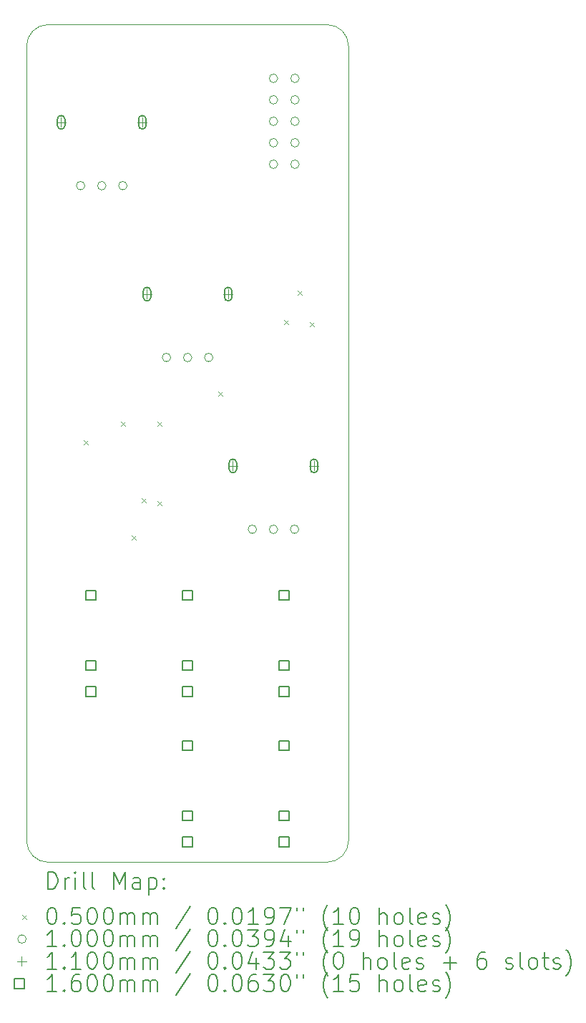
<source format=gbr>
%FSLAX45Y45*%
G04 Gerber Fmt 4.5, Leading zero omitted, Abs format (unit mm)*
G04 Created by KiCad (PCBNEW 6.0.0-d3dd2cf0fa~116~ubuntu20.04.1) date 2022-01-02 10:52:36*
%MOMM*%
%LPD*%
G01*
G04 APERTURE LIST*
%TA.AperFunction,Profile*%
%ADD10C,0.100000*%
%TD*%
%ADD11C,0.200000*%
%ADD12C,0.050000*%
%ADD13C,0.100000*%
%ADD14C,0.110000*%
%ADD15C,0.160000*%
G04 APERTURE END LIST*
D10*
X15240000Y-13462000D02*
X15240000Y-4064000D01*
X14986000Y-13716000D02*
G75*
G03*
X15240000Y-13462000I0J254000D01*
G01*
X11430000Y-4064000D02*
X11430000Y-13462000D01*
X11684000Y-13716000D02*
X14986000Y-13716000D01*
X15240000Y-4064000D02*
G75*
G03*
X14986000Y-3810000I-254000J0D01*
G01*
X11430000Y-13462000D02*
G75*
G03*
X11684000Y-13716000I254000J0D01*
G01*
X14986000Y-3810000D02*
X11684000Y-3810000D01*
X11684000Y-3810000D02*
G75*
G03*
X11430000Y-4064000I0J-254000D01*
G01*
D11*
D12*
X12110000Y-8725000D02*
X12160000Y-8775000D01*
X12160000Y-8725000D02*
X12110000Y-8775000D01*
X12548000Y-8509400D02*
X12598000Y-8559400D01*
X12598000Y-8509400D02*
X12548000Y-8559400D01*
X12672500Y-9855000D02*
X12722500Y-9905000D01*
X12722500Y-9855000D02*
X12672500Y-9905000D01*
X12789300Y-9411100D02*
X12839300Y-9461100D01*
X12839300Y-9411100D02*
X12789300Y-9461100D01*
X12979800Y-8509400D02*
X13029800Y-8559400D01*
X13029800Y-8509400D02*
X12979800Y-8559400D01*
X12979800Y-9449200D02*
X13029800Y-9499200D01*
X13029800Y-9449200D02*
X12979800Y-9499200D01*
X13700000Y-8150000D02*
X13750000Y-8200000D01*
X13750000Y-8150000D02*
X13700000Y-8200000D01*
X14478400Y-7302900D02*
X14528400Y-7352900D01*
X14528400Y-7302900D02*
X14478400Y-7352900D01*
X14636400Y-6953900D02*
X14686400Y-7003900D01*
X14686400Y-6953900D02*
X14636400Y-7003900D01*
X14783200Y-7328300D02*
X14833200Y-7378300D01*
X14833200Y-7328300D02*
X14783200Y-7378300D01*
D13*
X12119000Y-5715000D02*
G75*
G03*
X12119000Y-5715000I-50000J0D01*
G01*
X12369000Y-5715000D02*
G75*
G03*
X12369000Y-5715000I-50000J0D01*
G01*
X12619000Y-5715000D02*
G75*
G03*
X12619000Y-5715000I-50000J0D01*
G01*
X13135000Y-7747000D02*
G75*
G03*
X13135000Y-7747000I-50000J0D01*
G01*
X13385000Y-7747000D02*
G75*
G03*
X13385000Y-7747000I-50000J0D01*
G01*
X13635000Y-7747000D02*
G75*
G03*
X13635000Y-7747000I-50000J0D01*
G01*
X14151000Y-9779000D02*
G75*
G03*
X14151000Y-9779000I-50000J0D01*
G01*
X14401000Y-4445000D02*
G75*
G03*
X14401000Y-4445000I-50000J0D01*
G01*
X14401000Y-4699000D02*
G75*
G03*
X14401000Y-4699000I-50000J0D01*
G01*
X14401000Y-4953000D02*
G75*
G03*
X14401000Y-4953000I-50000J0D01*
G01*
X14401000Y-5207000D02*
G75*
G03*
X14401000Y-5207000I-50000J0D01*
G01*
X14401000Y-5461000D02*
G75*
G03*
X14401000Y-5461000I-50000J0D01*
G01*
X14401000Y-9779000D02*
G75*
G03*
X14401000Y-9779000I-50000J0D01*
G01*
X14651000Y-9779000D02*
G75*
G03*
X14651000Y-9779000I-50000J0D01*
G01*
X14655000Y-4445000D02*
G75*
G03*
X14655000Y-4445000I-50000J0D01*
G01*
X14655000Y-4699000D02*
G75*
G03*
X14655000Y-4699000I-50000J0D01*
G01*
X14655000Y-4953000D02*
G75*
G03*
X14655000Y-4953000I-50000J0D01*
G01*
X14655000Y-5207000D02*
G75*
G03*
X14655000Y-5207000I-50000J0D01*
G01*
X14655000Y-5461000D02*
G75*
G03*
X14655000Y-5461000I-50000J0D01*
G01*
D14*
X11839000Y-4910000D02*
X11839000Y-5020000D01*
X11784000Y-4965000D02*
X11894000Y-4965000D01*
D11*
X11884000Y-5000000D02*
X11884000Y-4930000D01*
X11794000Y-5000000D02*
X11794000Y-4930000D01*
X11884000Y-4930000D02*
G75*
G03*
X11794000Y-4930000I-45000J0D01*
G01*
X11794000Y-5000000D02*
G75*
G03*
X11884000Y-5000000I45000J0D01*
G01*
D14*
X12799000Y-4910000D02*
X12799000Y-5020000D01*
X12744000Y-4965000D02*
X12854000Y-4965000D01*
D11*
X12844000Y-5000000D02*
X12844000Y-4930000D01*
X12754000Y-5000000D02*
X12754000Y-4930000D01*
X12844000Y-4930000D02*
G75*
G03*
X12754000Y-4930000I-45000J0D01*
G01*
X12754000Y-5000000D02*
G75*
G03*
X12844000Y-5000000I45000J0D01*
G01*
D14*
X12855000Y-6942000D02*
X12855000Y-7052000D01*
X12800000Y-6997000D02*
X12910000Y-6997000D01*
D11*
X12900000Y-7032000D02*
X12900000Y-6962000D01*
X12810000Y-7032000D02*
X12810000Y-6962000D01*
X12900000Y-6962000D02*
G75*
G03*
X12810000Y-6962000I-45000J0D01*
G01*
X12810000Y-7032000D02*
G75*
G03*
X12900000Y-7032000I45000J0D01*
G01*
D14*
X13815000Y-6942000D02*
X13815000Y-7052000D01*
X13760000Y-6997000D02*
X13870000Y-6997000D01*
D11*
X13860000Y-7032000D02*
X13860000Y-6962000D01*
X13770000Y-7032000D02*
X13770000Y-6962000D01*
X13860000Y-6962000D02*
G75*
G03*
X13770000Y-6962000I-45000J0D01*
G01*
X13770000Y-7032000D02*
G75*
G03*
X13860000Y-7032000I45000J0D01*
G01*
D14*
X13871000Y-8974000D02*
X13871000Y-9084000D01*
X13816000Y-9029000D02*
X13926000Y-9029000D01*
D11*
X13916000Y-9064000D02*
X13916000Y-8994000D01*
X13826000Y-9064000D02*
X13826000Y-8994000D01*
X13916000Y-8994000D02*
G75*
G03*
X13826000Y-8994000I-45000J0D01*
G01*
X13826000Y-9064000D02*
G75*
G03*
X13916000Y-9064000I45000J0D01*
G01*
D14*
X14831000Y-8974000D02*
X14831000Y-9084000D01*
X14776000Y-9029000D02*
X14886000Y-9029000D01*
D11*
X14876000Y-9064000D02*
X14876000Y-8994000D01*
X14786000Y-9064000D02*
X14786000Y-8994000D01*
X14876000Y-8994000D02*
G75*
G03*
X14786000Y-8994000I-45000J0D01*
G01*
X14786000Y-9064000D02*
G75*
G03*
X14876000Y-9064000I45000J0D01*
G01*
D15*
X12248569Y-10613569D02*
X12248569Y-10500431D01*
X12135431Y-10500431D01*
X12135431Y-10613569D01*
X12248569Y-10613569D01*
X12248569Y-11443569D02*
X12248569Y-11330431D01*
X12135431Y-11330431D01*
X12135431Y-11443569D01*
X12248569Y-11443569D01*
X12248569Y-11753569D02*
X12248569Y-11640431D01*
X12135431Y-11640431D01*
X12135431Y-11753569D01*
X12248569Y-11753569D01*
X13391569Y-10613569D02*
X13391569Y-10500431D01*
X13278431Y-10500431D01*
X13278431Y-10613569D01*
X13391569Y-10613569D01*
X13391569Y-11443569D02*
X13391569Y-11330431D01*
X13278431Y-11330431D01*
X13278431Y-11443569D01*
X13391569Y-11443569D01*
X13391569Y-11753569D02*
X13391569Y-11640431D01*
X13278431Y-11640431D01*
X13278431Y-11753569D01*
X13391569Y-11753569D01*
X13391569Y-12391569D02*
X13391569Y-12278431D01*
X13278431Y-12278431D01*
X13278431Y-12391569D01*
X13391569Y-12391569D01*
X13391569Y-13221569D02*
X13391569Y-13108431D01*
X13278431Y-13108431D01*
X13278431Y-13221569D01*
X13391569Y-13221569D01*
X13391569Y-13531569D02*
X13391569Y-13418431D01*
X13278431Y-13418431D01*
X13278431Y-13531569D01*
X13391569Y-13531569D01*
X14534569Y-10613569D02*
X14534569Y-10500431D01*
X14421431Y-10500431D01*
X14421431Y-10613569D01*
X14534569Y-10613569D01*
X14534569Y-11443569D02*
X14534569Y-11330431D01*
X14421431Y-11330431D01*
X14421431Y-11443569D01*
X14534569Y-11443569D01*
X14534569Y-11753569D02*
X14534569Y-11640431D01*
X14421431Y-11640431D01*
X14421431Y-11753569D01*
X14534569Y-11753569D01*
X14534569Y-12391569D02*
X14534569Y-12278431D01*
X14421431Y-12278431D01*
X14421431Y-12391569D01*
X14534569Y-12391569D01*
X14534569Y-13221569D02*
X14534569Y-13108431D01*
X14421431Y-13108431D01*
X14421431Y-13221569D01*
X14534569Y-13221569D01*
X14534569Y-13531569D02*
X14534569Y-13418431D01*
X14421431Y-13418431D01*
X14421431Y-13531569D01*
X14534569Y-13531569D01*
D11*
X11682619Y-14031476D02*
X11682619Y-13831476D01*
X11730238Y-13831476D01*
X11758809Y-13841000D01*
X11777857Y-13860048D01*
X11787381Y-13879095D01*
X11796905Y-13917190D01*
X11796905Y-13945762D01*
X11787381Y-13983857D01*
X11777857Y-14002905D01*
X11758809Y-14021952D01*
X11730238Y-14031476D01*
X11682619Y-14031476D01*
X11882619Y-14031476D02*
X11882619Y-13898143D01*
X11882619Y-13936238D02*
X11892143Y-13917190D01*
X11901667Y-13907667D01*
X11920714Y-13898143D01*
X11939762Y-13898143D01*
X12006428Y-14031476D02*
X12006428Y-13898143D01*
X12006428Y-13831476D02*
X11996905Y-13841000D01*
X12006428Y-13850524D01*
X12015952Y-13841000D01*
X12006428Y-13831476D01*
X12006428Y-13850524D01*
X12130238Y-14031476D02*
X12111190Y-14021952D01*
X12101667Y-14002905D01*
X12101667Y-13831476D01*
X12235000Y-14031476D02*
X12215952Y-14021952D01*
X12206428Y-14002905D01*
X12206428Y-13831476D01*
X12463571Y-14031476D02*
X12463571Y-13831476D01*
X12530238Y-13974333D01*
X12596905Y-13831476D01*
X12596905Y-14031476D01*
X12777857Y-14031476D02*
X12777857Y-13926714D01*
X12768333Y-13907667D01*
X12749286Y-13898143D01*
X12711190Y-13898143D01*
X12692143Y-13907667D01*
X12777857Y-14021952D02*
X12758809Y-14031476D01*
X12711190Y-14031476D01*
X12692143Y-14021952D01*
X12682619Y-14002905D01*
X12682619Y-13983857D01*
X12692143Y-13964809D01*
X12711190Y-13955286D01*
X12758809Y-13955286D01*
X12777857Y-13945762D01*
X12873095Y-13898143D02*
X12873095Y-14098143D01*
X12873095Y-13907667D02*
X12892143Y-13898143D01*
X12930238Y-13898143D01*
X12949286Y-13907667D01*
X12958809Y-13917190D01*
X12968333Y-13936238D01*
X12968333Y-13993381D01*
X12958809Y-14012428D01*
X12949286Y-14021952D01*
X12930238Y-14031476D01*
X12892143Y-14031476D01*
X12873095Y-14021952D01*
X13054048Y-14012428D02*
X13063571Y-14021952D01*
X13054048Y-14031476D01*
X13044524Y-14021952D01*
X13054048Y-14012428D01*
X13054048Y-14031476D01*
X13054048Y-13907667D02*
X13063571Y-13917190D01*
X13054048Y-13926714D01*
X13044524Y-13917190D01*
X13054048Y-13907667D01*
X13054048Y-13926714D01*
D12*
X11375000Y-14336000D02*
X11425000Y-14386000D01*
X11425000Y-14336000D02*
X11375000Y-14386000D01*
D11*
X11720714Y-14251476D02*
X11739762Y-14251476D01*
X11758809Y-14261000D01*
X11768333Y-14270524D01*
X11777857Y-14289571D01*
X11787381Y-14327667D01*
X11787381Y-14375286D01*
X11777857Y-14413381D01*
X11768333Y-14432428D01*
X11758809Y-14441952D01*
X11739762Y-14451476D01*
X11720714Y-14451476D01*
X11701667Y-14441952D01*
X11692143Y-14432428D01*
X11682619Y-14413381D01*
X11673095Y-14375286D01*
X11673095Y-14327667D01*
X11682619Y-14289571D01*
X11692143Y-14270524D01*
X11701667Y-14261000D01*
X11720714Y-14251476D01*
X11873095Y-14432428D02*
X11882619Y-14441952D01*
X11873095Y-14451476D01*
X11863571Y-14441952D01*
X11873095Y-14432428D01*
X11873095Y-14451476D01*
X12063571Y-14251476D02*
X11968333Y-14251476D01*
X11958809Y-14346714D01*
X11968333Y-14337190D01*
X11987381Y-14327667D01*
X12035000Y-14327667D01*
X12054048Y-14337190D01*
X12063571Y-14346714D01*
X12073095Y-14365762D01*
X12073095Y-14413381D01*
X12063571Y-14432428D01*
X12054048Y-14441952D01*
X12035000Y-14451476D01*
X11987381Y-14451476D01*
X11968333Y-14441952D01*
X11958809Y-14432428D01*
X12196905Y-14251476D02*
X12215952Y-14251476D01*
X12235000Y-14261000D01*
X12244524Y-14270524D01*
X12254048Y-14289571D01*
X12263571Y-14327667D01*
X12263571Y-14375286D01*
X12254048Y-14413381D01*
X12244524Y-14432428D01*
X12235000Y-14441952D01*
X12215952Y-14451476D01*
X12196905Y-14451476D01*
X12177857Y-14441952D01*
X12168333Y-14432428D01*
X12158809Y-14413381D01*
X12149286Y-14375286D01*
X12149286Y-14327667D01*
X12158809Y-14289571D01*
X12168333Y-14270524D01*
X12177857Y-14261000D01*
X12196905Y-14251476D01*
X12387381Y-14251476D02*
X12406428Y-14251476D01*
X12425476Y-14261000D01*
X12435000Y-14270524D01*
X12444524Y-14289571D01*
X12454048Y-14327667D01*
X12454048Y-14375286D01*
X12444524Y-14413381D01*
X12435000Y-14432428D01*
X12425476Y-14441952D01*
X12406428Y-14451476D01*
X12387381Y-14451476D01*
X12368333Y-14441952D01*
X12358809Y-14432428D01*
X12349286Y-14413381D01*
X12339762Y-14375286D01*
X12339762Y-14327667D01*
X12349286Y-14289571D01*
X12358809Y-14270524D01*
X12368333Y-14261000D01*
X12387381Y-14251476D01*
X12539762Y-14451476D02*
X12539762Y-14318143D01*
X12539762Y-14337190D02*
X12549286Y-14327667D01*
X12568333Y-14318143D01*
X12596905Y-14318143D01*
X12615952Y-14327667D01*
X12625476Y-14346714D01*
X12625476Y-14451476D01*
X12625476Y-14346714D02*
X12635000Y-14327667D01*
X12654048Y-14318143D01*
X12682619Y-14318143D01*
X12701667Y-14327667D01*
X12711190Y-14346714D01*
X12711190Y-14451476D01*
X12806428Y-14451476D02*
X12806428Y-14318143D01*
X12806428Y-14337190D02*
X12815952Y-14327667D01*
X12835000Y-14318143D01*
X12863571Y-14318143D01*
X12882619Y-14327667D01*
X12892143Y-14346714D01*
X12892143Y-14451476D01*
X12892143Y-14346714D02*
X12901667Y-14327667D01*
X12920714Y-14318143D01*
X12949286Y-14318143D01*
X12968333Y-14327667D01*
X12977857Y-14346714D01*
X12977857Y-14451476D01*
X13368333Y-14241952D02*
X13196905Y-14499095D01*
X13625476Y-14251476D02*
X13644524Y-14251476D01*
X13663571Y-14261000D01*
X13673095Y-14270524D01*
X13682619Y-14289571D01*
X13692143Y-14327667D01*
X13692143Y-14375286D01*
X13682619Y-14413381D01*
X13673095Y-14432428D01*
X13663571Y-14441952D01*
X13644524Y-14451476D01*
X13625476Y-14451476D01*
X13606428Y-14441952D01*
X13596905Y-14432428D01*
X13587381Y-14413381D01*
X13577857Y-14375286D01*
X13577857Y-14327667D01*
X13587381Y-14289571D01*
X13596905Y-14270524D01*
X13606428Y-14261000D01*
X13625476Y-14251476D01*
X13777857Y-14432428D02*
X13787381Y-14441952D01*
X13777857Y-14451476D01*
X13768333Y-14441952D01*
X13777857Y-14432428D01*
X13777857Y-14451476D01*
X13911190Y-14251476D02*
X13930238Y-14251476D01*
X13949286Y-14261000D01*
X13958809Y-14270524D01*
X13968333Y-14289571D01*
X13977857Y-14327667D01*
X13977857Y-14375286D01*
X13968333Y-14413381D01*
X13958809Y-14432428D01*
X13949286Y-14441952D01*
X13930238Y-14451476D01*
X13911190Y-14451476D01*
X13892143Y-14441952D01*
X13882619Y-14432428D01*
X13873095Y-14413381D01*
X13863571Y-14375286D01*
X13863571Y-14327667D01*
X13873095Y-14289571D01*
X13882619Y-14270524D01*
X13892143Y-14261000D01*
X13911190Y-14251476D01*
X14168333Y-14451476D02*
X14054048Y-14451476D01*
X14111190Y-14451476D02*
X14111190Y-14251476D01*
X14092143Y-14280048D01*
X14073095Y-14299095D01*
X14054048Y-14308619D01*
X14263571Y-14451476D02*
X14301667Y-14451476D01*
X14320714Y-14441952D01*
X14330238Y-14432428D01*
X14349286Y-14403857D01*
X14358809Y-14365762D01*
X14358809Y-14289571D01*
X14349286Y-14270524D01*
X14339762Y-14261000D01*
X14320714Y-14251476D01*
X14282619Y-14251476D01*
X14263571Y-14261000D01*
X14254048Y-14270524D01*
X14244524Y-14289571D01*
X14244524Y-14337190D01*
X14254048Y-14356238D01*
X14263571Y-14365762D01*
X14282619Y-14375286D01*
X14320714Y-14375286D01*
X14339762Y-14365762D01*
X14349286Y-14356238D01*
X14358809Y-14337190D01*
X14425476Y-14251476D02*
X14558809Y-14251476D01*
X14473095Y-14451476D01*
X14625476Y-14251476D02*
X14625476Y-14289571D01*
X14701667Y-14251476D02*
X14701667Y-14289571D01*
X14996905Y-14527667D02*
X14987381Y-14518143D01*
X14968333Y-14489571D01*
X14958809Y-14470524D01*
X14949286Y-14441952D01*
X14939762Y-14394333D01*
X14939762Y-14356238D01*
X14949286Y-14308619D01*
X14958809Y-14280048D01*
X14968333Y-14261000D01*
X14987381Y-14232428D01*
X14996905Y-14222905D01*
X15177857Y-14451476D02*
X15063571Y-14451476D01*
X15120714Y-14451476D02*
X15120714Y-14251476D01*
X15101667Y-14280048D01*
X15082619Y-14299095D01*
X15063571Y-14308619D01*
X15301667Y-14251476D02*
X15320714Y-14251476D01*
X15339762Y-14261000D01*
X15349286Y-14270524D01*
X15358809Y-14289571D01*
X15368333Y-14327667D01*
X15368333Y-14375286D01*
X15358809Y-14413381D01*
X15349286Y-14432428D01*
X15339762Y-14441952D01*
X15320714Y-14451476D01*
X15301667Y-14451476D01*
X15282619Y-14441952D01*
X15273095Y-14432428D01*
X15263571Y-14413381D01*
X15254048Y-14375286D01*
X15254048Y-14327667D01*
X15263571Y-14289571D01*
X15273095Y-14270524D01*
X15282619Y-14261000D01*
X15301667Y-14251476D01*
X15606428Y-14451476D02*
X15606428Y-14251476D01*
X15692143Y-14451476D02*
X15692143Y-14346714D01*
X15682619Y-14327667D01*
X15663571Y-14318143D01*
X15635000Y-14318143D01*
X15615952Y-14327667D01*
X15606428Y-14337190D01*
X15815952Y-14451476D02*
X15796905Y-14441952D01*
X15787381Y-14432428D01*
X15777857Y-14413381D01*
X15777857Y-14356238D01*
X15787381Y-14337190D01*
X15796905Y-14327667D01*
X15815952Y-14318143D01*
X15844524Y-14318143D01*
X15863571Y-14327667D01*
X15873095Y-14337190D01*
X15882619Y-14356238D01*
X15882619Y-14413381D01*
X15873095Y-14432428D01*
X15863571Y-14441952D01*
X15844524Y-14451476D01*
X15815952Y-14451476D01*
X15996905Y-14451476D02*
X15977857Y-14441952D01*
X15968333Y-14422905D01*
X15968333Y-14251476D01*
X16149286Y-14441952D02*
X16130238Y-14451476D01*
X16092143Y-14451476D01*
X16073095Y-14441952D01*
X16063571Y-14422905D01*
X16063571Y-14346714D01*
X16073095Y-14327667D01*
X16092143Y-14318143D01*
X16130238Y-14318143D01*
X16149286Y-14327667D01*
X16158809Y-14346714D01*
X16158809Y-14365762D01*
X16063571Y-14384809D01*
X16235000Y-14441952D02*
X16254048Y-14451476D01*
X16292143Y-14451476D01*
X16311190Y-14441952D01*
X16320714Y-14422905D01*
X16320714Y-14413381D01*
X16311190Y-14394333D01*
X16292143Y-14384809D01*
X16263571Y-14384809D01*
X16244524Y-14375286D01*
X16235000Y-14356238D01*
X16235000Y-14346714D01*
X16244524Y-14327667D01*
X16263571Y-14318143D01*
X16292143Y-14318143D01*
X16311190Y-14327667D01*
X16387381Y-14527667D02*
X16396905Y-14518143D01*
X16415952Y-14489571D01*
X16425476Y-14470524D01*
X16435000Y-14441952D01*
X16444524Y-14394333D01*
X16444524Y-14356238D01*
X16435000Y-14308619D01*
X16425476Y-14280048D01*
X16415952Y-14261000D01*
X16396905Y-14232428D01*
X16387381Y-14222905D01*
D13*
X11425000Y-14625000D02*
G75*
G03*
X11425000Y-14625000I-50000J0D01*
G01*
D11*
X11787381Y-14715476D02*
X11673095Y-14715476D01*
X11730238Y-14715476D02*
X11730238Y-14515476D01*
X11711190Y-14544048D01*
X11692143Y-14563095D01*
X11673095Y-14572619D01*
X11873095Y-14696428D02*
X11882619Y-14705952D01*
X11873095Y-14715476D01*
X11863571Y-14705952D01*
X11873095Y-14696428D01*
X11873095Y-14715476D01*
X12006428Y-14515476D02*
X12025476Y-14515476D01*
X12044524Y-14525000D01*
X12054048Y-14534524D01*
X12063571Y-14553571D01*
X12073095Y-14591667D01*
X12073095Y-14639286D01*
X12063571Y-14677381D01*
X12054048Y-14696428D01*
X12044524Y-14705952D01*
X12025476Y-14715476D01*
X12006428Y-14715476D01*
X11987381Y-14705952D01*
X11977857Y-14696428D01*
X11968333Y-14677381D01*
X11958809Y-14639286D01*
X11958809Y-14591667D01*
X11968333Y-14553571D01*
X11977857Y-14534524D01*
X11987381Y-14525000D01*
X12006428Y-14515476D01*
X12196905Y-14515476D02*
X12215952Y-14515476D01*
X12235000Y-14525000D01*
X12244524Y-14534524D01*
X12254048Y-14553571D01*
X12263571Y-14591667D01*
X12263571Y-14639286D01*
X12254048Y-14677381D01*
X12244524Y-14696428D01*
X12235000Y-14705952D01*
X12215952Y-14715476D01*
X12196905Y-14715476D01*
X12177857Y-14705952D01*
X12168333Y-14696428D01*
X12158809Y-14677381D01*
X12149286Y-14639286D01*
X12149286Y-14591667D01*
X12158809Y-14553571D01*
X12168333Y-14534524D01*
X12177857Y-14525000D01*
X12196905Y-14515476D01*
X12387381Y-14515476D02*
X12406428Y-14515476D01*
X12425476Y-14525000D01*
X12435000Y-14534524D01*
X12444524Y-14553571D01*
X12454048Y-14591667D01*
X12454048Y-14639286D01*
X12444524Y-14677381D01*
X12435000Y-14696428D01*
X12425476Y-14705952D01*
X12406428Y-14715476D01*
X12387381Y-14715476D01*
X12368333Y-14705952D01*
X12358809Y-14696428D01*
X12349286Y-14677381D01*
X12339762Y-14639286D01*
X12339762Y-14591667D01*
X12349286Y-14553571D01*
X12358809Y-14534524D01*
X12368333Y-14525000D01*
X12387381Y-14515476D01*
X12539762Y-14715476D02*
X12539762Y-14582143D01*
X12539762Y-14601190D02*
X12549286Y-14591667D01*
X12568333Y-14582143D01*
X12596905Y-14582143D01*
X12615952Y-14591667D01*
X12625476Y-14610714D01*
X12625476Y-14715476D01*
X12625476Y-14610714D02*
X12635000Y-14591667D01*
X12654048Y-14582143D01*
X12682619Y-14582143D01*
X12701667Y-14591667D01*
X12711190Y-14610714D01*
X12711190Y-14715476D01*
X12806428Y-14715476D02*
X12806428Y-14582143D01*
X12806428Y-14601190D02*
X12815952Y-14591667D01*
X12835000Y-14582143D01*
X12863571Y-14582143D01*
X12882619Y-14591667D01*
X12892143Y-14610714D01*
X12892143Y-14715476D01*
X12892143Y-14610714D02*
X12901667Y-14591667D01*
X12920714Y-14582143D01*
X12949286Y-14582143D01*
X12968333Y-14591667D01*
X12977857Y-14610714D01*
X12977857Y-14715476D01*
X13368333Y-14505952D02*
X13196905Y-14763095D01*
X13625476Y-14515476D02*
X13644524Y-14515476D01*
X13663571Y-14525000D01*
X13673095Y-14534524D01*
X13682619Y-14553571D01*
X13692143Y-14591667D01*
X13692143Y-14639286D01*
X13682619Y-14677381D01*
X13673095Y-14696428D01*
X13663571Y-14705952D01*
X13644524Y-14715476D01*
X13625476Y-14715476D01*
X13606428Y-14705952D01*
X13596905Y-14696428D01*
X13587381Y-14677381D01*
X13577857Y-14639286D01*
X13577857Y-14591667D01*
X13587381Y-14553571D01*
X13596905Y-14534524D01*
X13606428Y-14525000D01*
X13625476Y-14515476D01*
X13777857Y-14696428D02*
X13787381Y-14705952D01*
X13777857Y-14715476D01*
X13768333Y-14705952D01*
X13777857Y-14696428D01*
X13777857Y-14715476D01*
X13911190Y-14515476D02*
X13930238Y-14515476D01*
X13949286Y-14525000D01*
X13958809Y-14534524D01*
X13968333Y-14553571D01*
X13977857Y-14591667D01*
X13977857Y-14639286D01*
X13968333Y-14677381D01*
X13958809Y-14696428D01*
X13949286Y-14705952D01*
X13930238Y-14715476D01*
X13911190Y-14715476D01*
X13892143Y-14705952D01*
X13882619Y-14696428D01*
X13873095Y-14677381D01*
X13863571Y-14639286D01*
X13863571Y-14591667D01*
X13873095Y-14553571D01*
X13882619Y-14534524D01*
X13892143Y-14525000D01*
X13911190Y-14515476D01*
X14044524Y-14515476D02*
X14168333Y-14515476D01*
X14101667Y-14591667D01*
X14130238Y-14591667D01*
X14149286Y-14601190D01*
X14158809Y-14610714D01*
X14168333Y-14629762D01*
X14168333Y-14677381D01*
X14158809Y-14696428D01*
X14149286Y-14705952D01*
X14130238Y-14715476D01*
X14073095Y-14715476D01*
X14054048Y-14705952D01*
X14044524Y-14696428D01*
X14263571Y-14715476D02*
X14301667Y-14715476D01*
X14320714Y-14705952D01*
X14330238Y-14696428D01*
X14349286Y-14667857D01*
X14358809Y-14629762D01*
X14358809Y-14553571D01*
X14349286Y-14534524D01*
X14339762Y-14525000D01*
X14320714Y-14515476D01*
X14282619Y-14515476D01*
X14263571Y-14525000D01*
X14254048Y-14534524D01*
X14244524Y-14553571D01*
X14244524Y-14601190D01*
X14254048Y-14620238D01*
X14263571Y-14629762D01*
X14282619Y-14639286D01*
X14320714Y-14639286D01*
X14339762Y-14629762D01*
X14349286Y-14620238D01*
X14358809Y-14601190D01*
X14530238Y-14582143D02*
X14530238Y-14715476D01*
X14482619Y-14505952D02*
X14435000Y-14648809D01*
X14558809Y-14648809D01*
X14625476Y-14515476D02*
X14625476Y-14553571D01*
X14701667Y-14515476D02*
X14701667Y-14553571D01*
X14996905Y-14791667D02*
X14987381Y-14782143D01*
X14968333Y-14753571D01*
X14958809Y-14734524D01*
X14949286Y-14705952D01*
X14939762Y-14658333D01*
X14939762Y-14620238D01*
X14949286Y-14572619D01*
X14958809Y-14544048D01*
X14968333Y-14525000D01*
X14987381Y-14496428D01*
X14996905Y-14486905D01*
X15177857Y-14715476D02*
X15063571Y-14715476D01*
X15120714Y-14715476D02*
X15120714Y-14515476D01*
X15101667Y-14544048D01*
X15082619Y-14563095D01*
X15063571Y-14572619D01*
X15273095Y-14715476D02*
X15311190Y-14715476D01*
X15330238Y-14705952D01*
X15339762Y-14696428D01*
X15358809Y-14667857D01*
X15368333Y-14629762D01*
X15368333Y-14553571D01*
X15358809Y-14534524D01*
X15349286Y-14525000D01*
X15330238Y-14515476D01*
X15292143Y-14515476D01*
X15273095Y-14525000D01*
X15263571Y-14534524D01*
X15254048Y-14553571D01*
X15254048Y-14601190D01*
X15263571Y-14620238D01*
X15273095Y-14629762D01*
X15292143Y-14639286D01*
X15330238Y-14639286D01*
X15349286Y-14629762D01*
X15358809Y-14620238D01*
X15368333Y-14601190D01*
X15606428Y-14715476D02*
X15606428Y-14515476D01*
X15692143Y-14715476D02*
X15692143Y-14610714D01*
X15682619Y-14591667D01*
X15663571Y-14582143D01*
X15635000Y-14582143D01*
X15615952Y-14591667D01*
X15606428Y-14601190D01*
X15815952Y-14715476D02*
X15796905Y-14705952D01*
X15787381Y-14696428D01*
X15777857Y-14677381D01*
X15777857Y-14620238D01*
X15787381Y-14601190D01*
X15796905Y-14591667D01*
X15815952Y-14582143D01*
X15844524Y-14582143D01*
X15863571Y-14591667D01*
X15873095Y-14601190D01*
X15882619Y-14620238D01*
X15882619Y-14677381D01*
X15873095Y-14696428D01*
X15863571Y-14705952D01*
X15844524Y-14715476D01*
X15815952Y-14715476D01*
X15996905Y-14715476D02*
X15977857Y-14705952D01*
X15968333Y-14686905D01*
X15968333Y-14515476D01*
X16149286Y-14705952D02*
X16130238Y-14715476D01*
X16092143Y-14715476D01*
X16073095Y-14705952D01*
X16063571Y-14686905D01*
X16063571Y-14610714D01*
X16073095Y-14591667D01*
X16092143Y-14582143D01*
X16130238Y-14582143D01*
X16149286Y-14591667D01*
X16158809Y-14610714D01*
X16158809Y-14629762D01*
X16063571Y-14648809D01*
X16235000Y-14705952D02*
X16254048Y-14715476D01*
X16292143Y-14715476D01*
X16311190Y-14705952D01*
X16320714Y-14686905D01*
X16320714Y-14677381D01*
X16311190Y-14658333D01*
X16292143Y-14648809D01*
X16263571Y-14648809D01*
X16244524Y-14639286D01*
X16235000Y-14620238D01*
X16235000Y-14610714D01*
X16244524Y-14591667D01*
X16263571Y-14582143D01*
X16292143Y-14582143D01*
X16311190Y-14591667D01*
X16387381Y-14791667D02*
X16396905Y-14782143D01*
X16415952Y-14753571D01*
X16425476Y-14734524D01*
X16435000Y-14705952D01*
X16444524Y-14658333D01*
X16444524Y-14620238D01*
X16435000Y-14572619D01*
X16425476Y-14544048D01*
X16415952Y-14525000D01*
X16396905Y-14496428D01*
X16387381Y-14486905D01*
D14*
X11370000Y-14834000D02*
X11370000Y-14944000D01*
X11315000Y-14889000D02*
X11425000Y-14889000D01*
D11*
X11787381Y-14979476D02*
X11673095Y-14979476D01*
X11730238Y-14979476D02*
X11730238Y-14779476D01*
X11711190Y-14808048D01*
X11692143Y-14827095D01*
X11673095Y-14836619D01*
X11873095Y-14960428D02*
X11882619Y-14969952D01*
X11873095Y-14979476D01*
X11863571Y-14969952D01*
X11873095Y-14960428D01*
X11873095Y-14979476D01*
X12073095Y-14979476D02*
X11958809Y-14979476D01*
X12015952Y-14979476D02*
X12015952Y-14779476D01*
X11996905Y-14808048D01*
X11977857Y-14827095D01*
X11958809Y-14836619D01*
X12196905Y-14779476D02*
X12215952Y-14779476D01*
X12235000Y-14789000D01*
X12244524Y-14798524D01*
X12254048Y-14817571D01*
X12263571Y-14855667D01*
X12263571Y-14903286D01*
X12254048Y-14941381D01*
X12244524Y-14960428D01*
X12235000Y-14969952D01*
X12215952Y-14979476D01*
X12196905Y-14979476D01*
X12177857Y-14969952D01*
X12168333Y-14960428D01*
X12158809Y-14941381D01*
X12149286Y-14903286D01*
X12149286Y-14855667D01*
X12158809Y-14817571D01*
X12168333Y-14798524D01*
X12177857Y-14789000D01*
X12196905Y-14779476D01*
X12387381Y-14779476D02*
X12406428Y-14779476D01*
X12425476Y-14789000D01*
X12435000Y-14798524D01*
X12444524Y-14817571D01*
X12454048Y-14855667D01*
X12454048Y-14903286D01*
X12444524Y-14941381D01*
X12435000Y-14960428D01*
X12425476Y-14969952D01*
X12406428Y-14979476D01*
X12387381Y-14979476D01*
X12368333Y-14969952D01*
X12358809Y-14960428D01*
X12349286Y-14941381D01*
X12339762Y-14903286D01*
X12339762Y-14855667D01*
X12349286Y-14817571D01*
X12358809Y-14798524D01*
X12368333Y-14789000D01*
X12387381Y-14779476D01*
X12539762Y-14979476D02*
X12539762Y-14846143D01*
X12539762Y-14865190D02*
X12549286Y-14855667D01*
X12568333Y-14846143D01*
X12596905Y-14846143D01*
X12615952Y-14855667D01*
X12625476Y-14874714D01*
X12625476Y-14979476D01*
X12625476Y-14874714D02*
X12635000Y-14855667D01*
X12654048Y-14846143D01*
X12682619Y-14846143D01*
X12701667Y-14855667D01*
X12711190Y-14874714D01*
X12711190Y-14979476D01*
X12806428Y-14979476D02*
X12806428Y-14846143D01*
X12806428Y-14865190D02*
X12815952Y-14855667D01*
X12835000Y-14846143D01*
X12863571Y-14846143D01*
X12882619Y-14855667D01*
X12892143Y-14874714D01*
X12892143Y-14979476D01*
X12892143Y-14874714D02*
X12901667Y-14855667D01*
X12920714Y-14846143D01*
X12949286Y-14846143D01*
X12968333Y-14855667D01*
X12977857Y-14874714D01*
X12977857Y-14979476D01*
X13368333Y-14769952D02*
X13196905Y-15027095D01*
X13625476Y-14779476D02*
X13644524Y-14779476D01*
X13663571Y-14789000D01*
X13673095Y-14798524D01*
X13682619Y-14817571D01*
X13692143Y-14855667D01*
X13692143Y-14903286D01*
X13682619Y-14941381D01*
X13673095Y-14960428D01*
X13663571Y-14969952D01*
X13644524Y-14979476D01*
X13625476Y-14979476D01*
X13606428Y-14969952D01*
X13596905Y-14960428D01*
X13587381Y-14941381D01*
X13577857Y-14903286D01*
X13577857Y-14855667D01*
X13587381Y-14817571D01*
X13596905Y-14798524D01*
X13606428Y-14789000D01*
X13625476Y-14779476D01*
X13777857Y-14960428D02*
X13787381Y-14969952D01*
X13777857Y-14979476D01*
X13768333Y-14969952D01*
X13777857Y-14960428D01*
X13777857Y-14979476D01*
X13911190Y-14779476D02*
X13930238Y-14779476D01*
X13949286Y-14789000D01*
X13958809Y-14798524D01*
X13968333Y-14817571D01*
X13977857Y-14855667D01*
X13977857Y-14903286D01*
X13968333Y-14941381D01*
X13958809Y-14960428D01*
X13949286Y-14969952D01*
X13930238Y-14979476D01*
X13911190Y-14979476D01*
X13892143Y-14969952D01*
X13882619Y-14960428D01*
X13873095Y-14941381D01*
X13863571Y-14903286D01*
X13863571Y-14855667D01*
X13873095Y-14817571D01*
X13882619Y-14798524D01*
X13892143Y-14789000D01*
X13911190Y-14779476D01*
X14149286Y-14846143D02*
X14149286Y-14979476D01*
X14101667Y-14769952D02*
X14054048Y-14912809D01*
X14177857Y-14912809D01*
X14235000Y-14779476D02*
X14358809Y-14779476D01*
X14292143Y-14855667D01*
X14320714Y-14855667D01*
X14339762Y-14865190D01*
X14349286Y-14874714D01*
X14358809Y-14893762D01*
X14358809Y-14941381D01*
X14349286Y-14960428D01*
X14339762Y-14969952D01*
X14320714Y-14979476D01*
X14263571Y-14979476D01*
X14244524Y-14969952D01*
X14235000Y-14960428D01*
X14425476Y-14779476D02*
X14549286Y-14779476D01*
X14482619Y-14855667D01*
X14511190Y-14855667D01*
X14530238Y-14865190D01*
X14539762Y-14874714D01*
X14549286Y-14893762D01*
X14549286Y-14941381D01*
X14539762Y-14960428D01*
X14530238Y-14969952D01*
X14511190Y-14979476D01*
X14454048Y-14979476D01*
X14435000Y-14969952D01*
X14425476Y-14960428D01*
X14625476Y-14779476D02*
X14625476Y-14817571D01*
X14701667Y-14779476D02*
X14701667Y-14817571D01*
X14996905Y-15055667D02*
X14987381Y-15046143D01*
X14968333Y-15017571D01*
X14958809Y-14998524D01*
X14949286Y-14969952D01*
X14939762Y-14922333D01*
X14939762Y-14884238D01*
X14949286Y-14836619D01*
X14958809Y-14808048D01*
X14968333Y-14789000D01*
X14987381Y-14760428D01*
X14996905Y-14750905D01*
X15111190Y-14779476D02*
X15130238Y-14779476D01*
X15149286Y-14789000D01*
X15158809Y-14798524D01*
X15168333Y-14817571D01*
X15177857Y-14855667D01*
X15177857Y-14903286D01*
X15168333Y-14941381D01*
X15158809Y-14960428D01*
X15149286Y-14969952D01*
X15130238Y-14979476D01*
X15111190Y-14979476D01*
X15092143Y-14969952D01*
X15082619Y-14960428D01*
X15073095Y-14941381D01*
X15063571Y-14903286D01*
X15063571Y-14855667D01*
X15073095Y-14817571D01*
X15082619Y-14798524D01*
X15092143Y-14789000D01*
X15111190Y-14779476D01*
X15415952Y-14979476D02*
X15415952Y-14779476D01*
X15501667Y-14979476D02*
X15501667Y-14874714D01*
X15492143Y-14855667D01*
X15473095Y-14846143D01*
X15444524Y-14846143D01*
X15425476Y-14855667D01*
X15415952Y-14865190D01*
X15625476Y-14979476D02*
X15606428Y-14969952D01*
X15596905Y-14960428D01*
X15587381Y-14941381D01*
X15587381Y-14884238D01*
X15596905Y-14865190D01*
X15606428Y-14855667D01*
X15625476Y-14846143D01*
X15654048Y-14846143D01*
X15673095Y-14855667D01*
X15682619Y-14865190D01*
X15692143Y-14884238D01*
X15692143Y-14941381D01*
X15682619Y-14960428D01*
X15673095Y-14969952D01*
X15654048Y-14979476D01*
X15625476Y-14979476D01*
X15806428Y-14979476D02*
X15787381Y-14969952D01*
X15777857Y-14950905D01*
X15777857Y-14779476D01*
X15958809Y-14969952D02*
X15939762Y-14979476D01*
X15901667Y-14979476D01*
X15882619Y-14969952D01*
X15873095Y-14950905D01*
X15873095Y-14874714D01*
X15882619Y-14855667D01*
X15901667Y-14846143D01*
X15939762Y-14846143D01*
X15958809Y-14855667D01*
X15968333Y-14874714D01*
X15968333Y-14893762D01*
X15873095Y-14912809D01*
X16044524Y-14969952D02*
X16063571Y-14979476D01*
X16101667Y-14979476D01*
X16120714Y-14969952D01*
X16130238Y-14950905D01*
X16130238Y-14941381D01*
X16120714Y-14922333D01*
X16101667Y-14912809D01*
X16073095Y-14912809D01*
X16054048Y-14903286D01*
X16044524Y-14884238D01*
X16044524Y-14874714D01*
X16054048Y-14855667D01*
X16073095Y-14846143D01*
X16101667Y-14846143D01*
X16120714Y-14855667D01*
X16368333Y-14903286D02*
X16520714Y-14903286D01*
X16444524Y-14979476D02*
X16444524Y-14827095D01*
X16854048Y-14779476D02*
X16815952Y-14779476D01*
X16796905Y-14789000D01*
X16787381Y-14798524D01*
X16768333Y-14827095D01*
X16758809Y-14865190D01*
X16758809Y-14941381D01*
X16768333Y-14960428D01*
X16777857Y-14969952D01*
X16796905Y-14979476D01*
X16835000Y-14979476D01*
X16854048Y-14969952D01*
X16863571Y-14960428D01*
X16873095Y-14941381D01*
X16873095Y-14893762D01*
X16863571Y-14874714D01*
X16854048Y-14865190D01*
X16835000Y-14855667D01*
X16796905Y-14855667D01*
X16777857Y-14865190D01*
X16768333Y-14874714D01*
X16758809Y-14893762D01*
X17101667Y-14969952D02*
X17120714Y-14979476D01*
X17158810Y-14979476D01*
X17177857Y-14969952D01*
X17187381Y-14950905D01*
X17187381Y-14941381D01*
X17177857Y-14922333D01*
X17158810Y-14912809D01*
X17130238Y-14912809D01*
X17111190Y-14903286D01*
X17101667Y-14884238D01*
X17101667Y-14874714D01*
X17111190Y-14855667D01*
X17130238Y-14846143D01*
X17158810Y-14846143D01*
X17177857Y-14855667D01*
X17301667Y-14979476D02*
X17282619Y-14969952D01*
X17273095Y-14950905D01*
X17273095Y-14779476D01*
X17406429Y-14979476D02*
X17387381Y-14969952D01*
X17377857Y-14960428D01*
X17368333Y-14941381D01*
X17368333Y-14884238D01*
X17377857Y-14865190D01*
X17387381Y-14855667D01*
X17406429Y-14846143D01*
X17435000Y-14846143D01*
X17454048Y-14855667D01*
X17463571Y-14865190D01*
X17473095Y-14884238D01*
X17473095Y-14941381D01*
X17463571Y-14960428D01*
X17454048Y-14969952D01*
X17435000Y-14979476D01*
X17406429Y-14979476D01*
X17530238Y-14846143D02*
X17606429Y-14846143D01*
X17558810Y-14779476D02*
X17558810Y-14950905D01*
X17568333Y-14969952D01*
X17587381Y-14979476D01*
X17606429Y-14979476D01*
X17663571Y-14969952D02*
X17682619Y-14979476D01*
X17720714Y-14979476D01*
X17739762Y-14969952D01*
X17749286Y-14950905D01*
X17749286Y-14941381D01*
X17739762Y-14922333D01*
X17720714Y-14912809D01*
X17692143Y-14912809D01*
X17673095Y-14903286D01*
X17663571Y-14884238D01*
X17663571Y-14874714D01*
X17673095Y-14855667D01*
X17692143Y-14846143D01*
X17720714Y-14846143D01*
X17739762Y-14855667D01*
X17815952Y-15055667D02*
X17825476Y-15046143D01*
X17844524Y-15017571D01*
X17854048Y-14998524D01*
X17863571Y-14969952D01*
X17873095Y-14922333D01*
X17873095Y-14884238D01*
X17863571Y-14836619D01*
X17854048Y-14808048D01*
X17844524Y-14789000D01*
X17825476Y-14760428D01*
X17815952Y-14750905D01*
D15*
X11401569Y-15209569D02*
X11401569Y-15096431D01*
X11288431Y-15096431D01*
X11288431Y-15209569D01*
X11401569Y-15209569D01*
D11*
X11787381Y-15243476D02*
X11673095Y-15243476D01*
X11730238Y-15243476D02*
X11730238Y-15043476D01*
X11711190Y-15072048D01*
X11692143Y-15091095D01*
X11673095Y-15100619D01*
X11873095Y-15224428D02*
X11882619Y-15233952D01*
X11873095Y-15243476D01*
X11863571Y-15233952D01*
X11873095Y-15224428D01*
X11873095Y-15243476D01*
X12054048Y-15043476D02*
X12015952Y-15043476D01*
X11996905Y-15053000D01*
X11987381Y-15062524D01*
X11968333Y-15091095D01*
X11958809Y-15129190D01*
X11958809Y-15205381D01*
X11968333Y-15224428D01*
X11977857Y-15233952D01*
X11996905Y-15243476D01*
X12035000Y-15243476D01*
X12054048Y-15233952D01*
X12063571Y-15224428D01*
X12073095Y-15205381D01*
X12073095Y-15157762D01*
X12063571Y-15138714D01*
X12054048Y-15129190D01*
X12035000Y-15119667D01*
X11996905Y-15119667D01*
X11977857Y-15129190D01*
X11968333Y-15138714D01*
X11958809Y-15157762D01*
X12196905Y-15043476D02*
X12215952Y-15043476D01*
X12235000Y-15053000D01*
X12244524Y-15062524D01*
X12254048Y-15081571D01*
X12263571Y-15119667D01*
X12263571Y-15167286D01*
X12254048Y-15205381D01*
X12244524Y-15224428D01*
X12235000Y-15233952D01*
X12215952Y-15243476D01*
X12196905Y-15243476D01*
X12177857Y-15233952D01*
X12168333Y-15224428D01*
X12158809Y-15205381D01*
X12149286Y-15167286D01*
X12149286Y-15119667D01*
X12158809Y-15081571D01*
X12168333Y-15062524D01*
X12177857Y-15053000D01*
X12196905Y-15043476D01*
X12387381Y-15043476D02*
X12406428Y-15043476D01*
X12425476Y-15053000D01*
X12435000Y-15062524D01*
X12444524Y-15081571D01*
X12454048Y-15119667D01*
X12454048Y-15167286D01*
X12444524Y-15205381D01*
X12435000Y-15224428D01*
X12425476Y-15233952D01*
X12406428Y-15243476D01*
X12387381Y-15243476D01*
X12368333Y-15233952D01*
X12358809Y-15224428D01*
X12349286Y-15205381D01*
X12339762Y-15167286D01*
X12339762Y-15119667D01*
X12349286Y-15081571D01*
X12358809Y-15062524D01*
X12368333Y-15053000D01*
X12387381Y-15043476D01*
X12539762Y-15243476D02*
X12539762Y-15110143D01*
X12539762Y-15129190D02*
X12549286Y-15119667D01*
X12568333Y-15110143D01*
X12596905Y-15110143D01*
X12615952Y-15119667D01*
X12625476Y-15138714D01*
X12625476Y-15243476D01*
X12625476Y-15138714D02*
X12635000Y-15119667D01*
X12654048Y-15110143D01*
X12682619Y-15110143D01*
X12701667Y-15119667D01*
X12711190Y-15138714D01*
X12711190Y-15243476D01*
X12806428Y-15243476D02*
X12806428Y-15110143D01*
X12806428Y-15129190D02*
X12815952Y-15119667D01*
X12835000Y-15110143D01*
X12863571Y-15110143D01*
X12882619Y-15119667D01*
X12892143Y-15138714D01*
X12892143Y-15243476D01*
X12892143Y-15138714D02*
X12901667Y-15119667D01*
X12920714Y-15110143D01*
X12949286Y-15110143D01*
X12968333Y-15119667D01*
X12977857Y-15138714D01*
X12977857Y-15243476D01*
X13368333Y-15033952D02*
X13196905Y-15291095D01*
X13625476Y-15043476D02*
X13644524Y-15043476D01*
X13663571Y-15053000D01*
X13673095Y-15062524D01*
X13682619Y-15081571D01*
X13692143Y-15119667D01*
X13692143Y-15167286D01*
X13682619Y-15205381D01*
X13673095Y-15224428D01*
X13663571Y-15233952D01*
X13644524Y-15243476D01*
X13625476Y-15243476D01*
X13606428Y-15233952D01*
X13596905Y-15224428D01*
X13587381Y-15205381D01*
X13577857Y-15167286D01*
X13577857Y-15119667D01*
X13587381Y-15081571D01*
X13596905Y-15062524D01*
X13606428Y-15053000D01*
X13625476Y-15043476D01*
X13777857Y-15224428D02*
X13787381Y-15233952D01*
X13777857Y-15243476D01*
X13768333Y-15233952D01*
X13777857Y-15224428D01*
X13777857Y-15243476D01*
X13911190Y-15043476D02*
X13930238Y-15043476D01*
X13949286Y-15053000D01*
X13958809Y-15062524D01*
X13968333Y-15081571D01*
X13977857Y-15119667D01*
X13977857Y-15167286D01*
X13968333Y-15205381D01*
X13958809Y-15224428D01*
X13949286Y-15233952D01*
X13930238Y-15243476D01*
X13911190Y-15243476D01*
X13892143Y-15233952D01*
X13882619Y-15224428D01*
X13873095Y-15205381D01*
X13863571Y-15167286D01*
X13863571Y-15119667D01*
X13873095Y-15081571D01*
X13882619Y-15062524D01*
X13892143Y-15053000D01*
X13911190Y-15043476D01*
X14149286Y-15043476D02*
X14111190Y-15043476D01*
X14092143Y-15053000D01*
X14082619Y-15062524D01*
X14063571Y-15091095D01*
X14054048Y-15129190D01*
X14054048Y-15205381D01*
X14063571Y-15224428D01*
X14073095Y-15233952D01*
X14092143Y-15243476D01*
X14130238Y-15243476D01*
X14149286Y-15233952D01*
X14158809Y-15224428D01*
X14168333Y-15205381D01*
X14168333Y-15157762D01*
X14158809Y-15138714D01*
X14149286Y-15129190D01*
X14130238Y-15119667D01*
X14092143Y-15119667D01*
X14073095Y-15129190D01*
X14063571Y-15138714D01*
X14054048Y-15157762D01*
X14235000Y-15043476D02*
X14358809Y-15043476D01*
X14292143Y-15119667D01*
X14320714Y-15119667D01*
X14339762Y-15129190D01*
X14349286Y-15138714D01*
X14358809Y-15157762D01*
X14358809Y-15205381D01*
X14349286Y-15224428D01*
X14339762Y-15233952D01*
X14320714Y-15243476D01*
X14263571Y-15243476D01*
X14244524Y-15233952D01*
X14235000Y-15224428D01*
X14482619Y-15043476D02*
X14501667Y-15043476D01*
X14520714Y-15053000D01*
X14530238Y-15062524D01*
X14539762Y-15081571D01*
X14549286Y-15119667D01*
X14549286Y-15167286D01*
X14539762Y-15205381D01*
X14530238Y-15224428D01*
X14520714Y-15233952D01*
X14501667Y-15243476D01*
X14482619Y-15243476D01*
X14463571Y-15233952D01*
X14454048Y-15224428D01*
X14444524Y-15205381D01*
X14435000Y-15167286D01*
X14435000Y-15119667D01*
X14444524Y-15081571D01*
X14454048Y-15062524D01*
X14463571Y-15053000D01*
X14482619Y-15043476D01*
X14625476Y-15043476D02*
X14625476Y-15081571D01*
X14701667Y-15043476D02*
X14701667Y-15081571D01*
X14996905Y-15319667D02*
X14987381Y-15310143D01*
X14968333Y-15281571D01*
X14958809Y-15262524D01*
X14949286Y-15233952D01*
X14939762Y-15186333D01*
X14939762Y-15148238D01*
X14949286Y-15100619D01*
X14958809Y-15072048D01*
X14968333Y-15053000D01*
X14987381Y-15024428D01*
X14996905Y-15014905D01*
X15177857Y-15243476D02*
X15063571Y-15243476D01*
X15120714Y-15243476D02*
X15120714Y-15043476D01*
X15101667Y-15072048D01*
X15082619Y-15091095D01*
X15063571Y-15100619D01*
X15358809Y-15043476D02*
X15263571Y-15043476D01*
X15254048Y-15138714D01*
X15263571Y-15129190D01*
X15282619Y-15119667D01*
X15330238Y-15119667D01*
X15349286Y-15129190D01*
X15358809Y-15138714D01*
X15368333Y-15157762D01*
X15368333Y-15205381D01*
X15358809Y-15224428D01*
X15349286Y-15233952D01*
X15330238Y-15243476D01*
X15282619Y-15243476D01*
X15263571Y-15233952D01*
X15254048Y-15224428D01*
X15606428Y-15243476D02*
X15606428Y-15043476D01*
X15692143Y-15243476D02*
X15692143Y-15138714D01*
X15682619Y-15119667D01*
X15663571Y-15110143D01*
X15635000Y-15110143D01*
X15615952Y-15119667D01*
X15606428Y-15129190D01*
X15815952Y-15243476D02*
X15796905Y-15233952D01*
X15787381Y-15224428D01*
X15777857Y-15205381D01*
X15777857Y-15148238D01*
X15787381Y-15129190D01*
X15796905Y-15119667D01*
X15815952Y-15110143D01*
X15844524Y-15110143D01*
X15863571Y-15119667D01*
X15873095Y-15129190D01*
X15882619Y-15148238D01*
X15882619Y-15205381D01*
X15873095Y-15224428D01*
X15863571Y-15233952D01*
X15844524Y-15243476D01*
X15815952Y-15243476D01*
X15996905Y-15243476D02*
X15977857Y-15233952D01*
X15968333Y-15214905D01*
X15968333Y-15043476D01*
X16149286Y-15233952D02*
X16130238Y-15243476D01*
X16092143Y-15243476D01*
X16073095Y-15233952D01*
X16063571Y-15214905D01*
X16063571Y-15138714D01*
X16073095Y-15119667D01*
X16092143Y-15110143D01*
X16130238Y-15110143D01*
X16149286Y-15119667D01*
X16158809Y-15138714D01*
X16158809Y-15157762D01*
X16063571Y-15176809D01*
X16235000Y-15233952D02*
X16254048Y-15243476D01*
X16292143Y-15243476D01*
X16311190Y-15233952D01*
X16320714Y-15214905D01*
X16320714Y-15205381D01*
X16311190Y-15186333D01*
X16292143Y-15176809D01*
X16263571Y-15176809D01*
X16244524Y-15167286D01*
X16235000Y-15148238D01*
X16235000Y-15138714D01*
X16244524Y-15119667D01*
X16263571Y-15110143D01*
X16292143Y-15110143D01*
X16311190Y-15119667D01*
X16387381Y-15319667D02*
X16396905Y-15310143D01*
X16415952Y-15281571D01*
X16425476Y-15262524D01*
X16435000Y-15233952D01*
X16444524Y-15186333D01*
X16444524Y-15148238D01*
X16435000Y-15100619D01*
X16425476Y-15072048D01*
X16415952Y-15053000D01*
X16396905Y-15024428D01*
X16387381Y-15014905D01*
M02*

</source>
